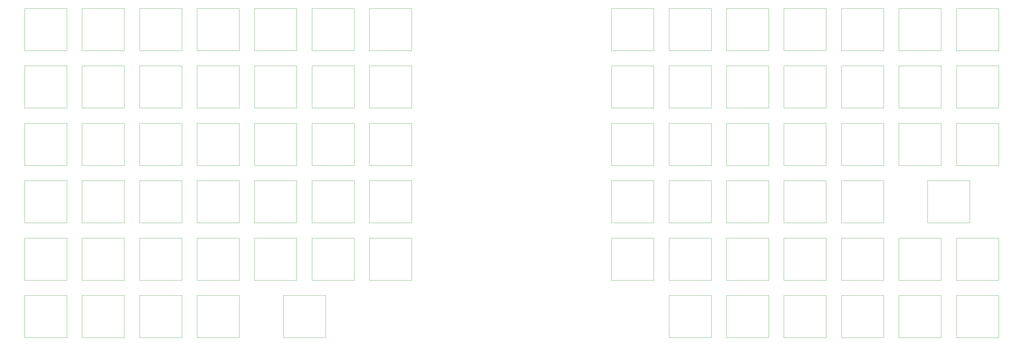
<source format=gbr>
%TF.GenerationSoftware,KiCad,Pcbnew,5.1.10-1.fc34*%
%TF.CreationDate,2021-08-03T16:02:25+03:00*%
%TF.ProjectId,keyboard,6b657962-6f61-4726-942e-6b696361645f,rev?*%
%TF.SameCoordinates,Original*%
%TF.FileFunction,Legend,Top*%
%TF.FilePolarity,Positive*%
%FSLAX46Y46*%
G04 Gerber Fmt 4.6, Leading zero omitted, Abs format (unit mm)*
G04 Created by KiCad (PCBNEW 5.1.10-1.fc34) date 2021-08-03 16:02:25*
%MOMM*%
%LPD*%
G01*
G04 APERTURE LIST*
%ADD10C,0.120000*%
G04 APERTURE END LIST*
D10*
%TO.C,SW1*%
X26475000Y-27095000D02*
X40445000Y-27095000D01*
X40445000Y-27095000D02*
X40445000Y-41065000D01*
X40445000Y-41065000D02*
X26475000Y-41065000D01*
X26475000Y-41065000D02*
X26475000Y-27095000D01*
%TO.C,SW2*%
X45475000Y-27095000D02*
X59445000Y-27095000D01*
X59445000Y-27095000D02*
X59445000Y-41065000D01*
X59445000Y-41065000D02*
X45475000Y-41065000D01*
X45475000Y-41065000D02*
X45475000Y-27095000D01*
%TO.C,SW3*%
X64475000Y-41065000D02*
X64475000Y-27095000D01*
X78445000Y-41065000D02*
X64475000Y-41065000D01*
X78445000Y-27095000D02*
X78445000Y-41065000D01*
X64475000Y-27095000D02*
X78445000Y-27095000D01*
%TO.C,SW4*%
X83475000Y-27095000D02*
X97445000Y-27095000D01*
X97445000Y-27095000D02*
X97445000Y-41065000D01*
X97445000Y-41065000D02*
X83475000Y-41065000D01*
X83475000Y-41065000D02*
X83475000Y-27095000D01*
%TO.C,SW5*%
X102475000Y-41065000D02*
X102475000Y-27095000D01*
X116445000Y-41065000D02*
X102475000Y-41065000D01*
X116445000Y-27095000D02*
X116445000Y-41065000D01*
X102475000Y-27095000D02*
X116445000Y-27095000D01*
%TO.C,SW6*%
X121475000Y-41065000D02*
X121475000Y-27095000D01*
X135445000Y-41065000D02*
X121475000Y-41065000D01*
X135445000Y-27095000D02*
X135445000Y-41065000D01*
X121475000Y-27095000D02*
X135445000Y-27095000D01*
%TO.C,SW7*%
X140475000Y-41065000D02*
X140475000Y-27095000D01*
X154445000Y-41065000D02*
X140475000Y-41065000D01*
X154445000Y-27095000D02*
X154445000Y-41065000D01*
X140475000Y-27095000D02*
X154445000Y-27095000D01*
%TO.C,SW8*%
X220475000Y-41065000D02*
X220475000Y-27095000D01*
X234445000Y-41065000D02*
X220475000Y-41065000D01*
X234445000Y-27095000D02*
X234445000Y-41065000D01*
X220475000Y-27095000D02*
X234445000Y-27095000D01*
%TO.C,SW9*%
X239475000Y-27095000D02*
X253445000Y-27095000D01*
X253445000Y-27095000D02*
X253445000Y-41065000D01*
X253445000Y-41065000D02*
X239475000Y-41065000D01*
X239475000Y-41065000D02*
X239475000Y-27095000D01*
%TO.C,SW10*%
X258475000Y-27095000D02*
X272445000Y-27095000D01*
X272445000Y-27095000D02*
X272445000Y-41065000D01*
X272445000Y-41065000D02*
X258475000Y-41065000D01*
X258475000Y-41065000D02*
X258475000Y-27095000D01*
%TO.C,SW11*%
X277475000Y-27095000D02*
X291445000Y-27095000D01*
X291445000Y-27095000D02*
X291445000Y-41065000D01*
X291445000Y-41065000D02*
X277475000Y-41065000D01*
X277475000Y-41065000D02*
X277475000Y-27095000D01*
%TO.C,SW12*%
X296475000Y-41065000D02*
X296475000Y-27095000D01*
X310445000Y-41065000D02*
X296475000Y-41065000D01*
X310445000Y-27095000D02*
X310445000Y-41065000D01*
X296475000Y-27095000D02*
X310445000Y-27095000D01*
%TO.C,SW13*%
X315475000Y-41065000D02*
X315475000Y-27095000D01*
X329445000Y-41065000D02*
X315475000Y-41065000D01*
X329445000Y-27095000D02*
X329445000Y-41065000D01*
X315475000Y-27095000D02*
X329445000Y-27095000D01*
%TO.C,SW14*%
X334475000Y-41065000D02*
X334475000Y-27095000D01*
X348445000Y-41065000D02*
X334475000Y-41065000D01*
X348445000Y-27095000D02*
X348445000Y-41065000D01*
X334475000Y-27095000D02*
X348445000Y-27095000D01*
%TO.C,SW15*%
X26475000Y-46095000D02*
X40445000Y-46095000D01*
X40445000Y-46095000D02*
X40445000Y-60065000D01*
X40445000Y-60065000D02*
X26475000Y-60065000D01*
X26475000Y-60065000D02*
X26475000Y-46095000D01*
%TO.C,SW16*%
X45475000Y-60065000D02*
X45475000Y-46095000D01*
X59445000Y-60065000D02*
X45475000Y-60065000D01*
X59445000Y-46095000D02*
X59445000Y-60065000D01*
X45475000Y-46095000D02*
X59445000Y-46095000D01*
%TO.C,SW17*%
X64475000Y-46095000D02*
X78445000Y-46095000D01*
X78445000Y-46095000D02*
X78445000Y-60065000D01*
X78445000Y-60065000D02*
X64475000Y-60065000D01*
X64475000Y-60065000D02*
X64475000Y-46095000D01*
%TO.C,SW18*%
X83475000Y-46095000D02*
X97445000Y-46095000D01*
X97445000Y-46095000D02*
X97445000Y-60065000D01*
X97445000Y-60065000D02*
X83475000Y-60065000D01*
X83475000Y-60065000D02*
X83475000Y-46095000D01*
%TO.C,SW19*%
X102475000Y-60065000D02*
X102475000Y-46095000D01*
X116445000Y-60065000D02*
X102475000Y-60065000D01*
X116445000Y-46095000D02*
X116445000Y-60065000D01*
X102475000Y-46095000D02*
X116445000Y-46095000D01*
%TO.C,SW20*%
X121475000Y-60065000D02*
X121475000Y-46095000D01*
X135445000Y-60065000D02*
X121475000Y-60065000D01*
X135445000Y-46095000D02*
X135445000Y-60065000D01*
X121475000Y-46095000D02*
X135445000Y-46095000D01*
%TO.C,SW21*%
X140475000Y-46095000D02*
X154445000Y-46095000D01*
X154445000Y-46095000D02*
X154445000Y-60065000D01*
X154445000Y-60065000D02*
X140475000Y-60065000D01*
X140475000Y-60065000D02*
X140475000Y-46095000D01*
%TO.C,SW22*%
X220475000Y-60065000D02*
X220475000Y-46095000D01*
X234445000Y-60065000D02*
X220475000Y-60065000D01*
X234445000Y-46095000D02*
X234445000Y-60065000D01*
X220475000Y-46095000D02*
X234445000Y-46095000D01*
%TO.C,SW23*%
X239475000Y-46095000D02*
X253445000Y-46095000D01*
X253445000Y-46095000D02*
X253445000Y-60065000D01*
X253445000Y-60065000D02*
X239475000Y-60065000D01*
X239475000Y-60065000D02*
X239475000Y-46095000D01*
%TO.C,SW24*%
X258475000Y-60065000D02*
X258475000Y-46095000D01*
X272445000Y-60065000D02*
X258475000Y-60065000D01*
X272445000Y-46095000D02*
X272445000Y-60065000D01*
X258475000Y-46095000D02*
X272445000Y-46095000D01*
%TO.C,SW25*%
X277475000Y-46095000D02*
X291445000Y-46095000D01*
X291445000Y-46095000D02*
X291445000Y-60065000D01*
X291445000Y-60065000D02*
X277475000Y-60065000D01*
X277475000Y-60065000D02*
X277475000Y-46095000D01*
%TO.C,SW26*%
X296475000Y-60065000D02*
X296475000Y-46095000D01*
X310445000Y-60065000D02*
X296475000Y-60065000D01*
X310445000Y-46095000D02*
X310445000Y-60065000D01*
X296475000Y-46095000D02*
X310445000Y-46095000D01*
%TO.C,SW27*%
X315475000Y-46095000D02*
X329445000Y-46095000D01*
X329445000Y-46095000D02*
X329445000Y-60065000D01*
X329445000Y-60065000D02*
X315475000Y-60065000D01*
X315475000Y-60065000D02*
X315475000Y-46095000D01*
%TO.C,SW28*%
X334475000Y-60065000D02*
X334475000Y-46095000D01*
X348445000Y-60065000D02*
X334475000Y-60065000D01*
X348445000Y-46095000D02*
X348445000Y-60065000D01*
X334475000Y-46095000D02*
X348445000Y-46095000D01*
%TO.C,SW29*%
X26475000Y-79065000D02*
X26475000Y-65095000D01*
X40445000Y-79065000D02*
X26475000Y-79065000D01*
X40445000Y-65095000D02*
X40445000Y-79065000D01*
X26475000Y-65095000D02*
X40445000Y-65095000D01*
%TO.C,SW30*%
X45475000Y-65095000D02*
X59445000Y-65095000D01*
X59445000Y-65095000D02*
X59445000Y-79065000D01*
X59445000Y-79065000D02*
X45475000Y-79065000D01*
X45475000Y-79065000D02*
X45475000Y-65095000D01*
%TO.C,SW31*%
X64475000Y-79065000D02*
X64475000Y-65095000D01*
X78445000Y-79065000D02*
X64475000Y-79065000D01*
X78445000Y-65095000D02*
X78445000Y-79065000D01*
X64475000Y-65095000D02*
X78445000Y-65095000D01*
%TO.C,SW32*%
X83475000Y-79065000D02*
X83475000Y-65095000D01*
X97445000Y-79065000D02*
X83475000Y-79065000D01*
X97445000Y-65095000D02*
X97445000Y-79065000D01*
X83475000Y-65095000D02*
X97445000Y-65095000D01*
%TO.C,SW33*%
X102475000Y-65095000D02*
X116445000Y-65095000D01*
X116445000Y-65095000D02*
X116445000Y-79065000D01*
X116445000Y-79065000D02*
X102475000Y-79065000D01*
X102475000Y-79065000D02*
X102475000Y-65095000D01*
%TO.C,SW34*%
X121475000Y-65095000D02*
X135445000Y-65095000D01*
X135445000Y-65095000D02*
X135445000Y-79065000D01*
X135445000Y-79065000D02*
X121475000Y-79065000D01*
X121475000Y-79065000D02*
X121475000Y-65095000D01*
%TO.C,SW35*%
X140475000Y-79065000D02*
X140475000Y-65095000D01*
X154445000Y-79065000D02*
X140475000Y-79065000D01*
X154445000Y-65095000D02*
X154445000Y-79065000D01*
X140475000Y-65095000D02*
X154445000Y-65095000D01*
%TO.C,SW36*%
X220475000Y-65095000D02*
X234445000Y-65095000D01*
X234445000Y-65095000D02*
X234445000Y-79065000D01*
X234445000Y-79065000D02*
X220475000Y-79065000D01*
X220475000Y-79065000D02*
X220475000Y-65095000D01*
%TO.C,SW37*%
X239475000Y-79065000D02*
X239475000Y-65095000D01*
X253445000Y-79065000D02*
X239475000Y-79065000D01*
X253445000Y-65095000D02*
X253445000Y-79065000D01*
X239475000Y-65095000D02*
X253445000Y-65095000D01*
%TO.C,SW38*%
X258475000Y-65095000D02*
X272445000Y-65095000D01*
X272445000Y-65095000D02*
X272445000Y-79065000D01*
X272445000Y-79065000D02*
X258475000Y-79065000D01*
X258475000Y-79065000D02*
X258475000Y-65095000D01*
%TO.C,SW39*%
X277475000Y-79065000D02*
X277475000Y-65095000D01*
X291445000Y-79065000D02*
X277475000Y-79065000D01*
X291445000Y-65095000D02*
X291445000Y-79065000D01*
X277475000Y-65095000D02*
X291445000Y-65095000D01*
%TO.C,SW40*%
X296475000Y-79065000D02*
X296475000Y-65095000D01*
X310445000Y-79065000D02*
X296475000Y-79065000D01*
X310445000Y-65095000D02*
X310445000Y-79065000D01*
X296475000Y-65095000D02*
X310445000Y-65095000D01*
%TO.C,SW41*%
X315475000Y-65095000D02*
X329445000Y-65095000D01*
X329445000Y-65095000D02*
X329445000Y-79065000D01*
X329445000Y-79065000D02*
X315475000Y-79065000D01*
X315475000Y-79065000D02*
X315475000Y-65095000D01*
%TO.C,SW42*%
X334475000Y-65095000D02*
X348445000Y-65095000D01*
X348445000Y-65095000D02*
X348445000Y-79065000D01*
X348445000Y-79065000D02*
X334475000Y-79065000D01*
X334475000Y-79065000D02*
X334475000Y-65095000D01*
%TO.C,SW43*%
X26475000Y-98065000D02*
X26475000Y-84095000D01*
X40445000Y-98065000D02*
X26475000Y-98065000D01*
X40445000Y-84095000D02*
X40445000Y-98065000D01*
X26475000Y-84095000D02*
X40445000Y-84095000D01*
%TO.C,SW44*%
X45475000Y-98065000D02*
X45475000Y-84095000D01*
X59445000Y-98065000D02*
X45475000Y-98065000D01*
X59445000Y-84095000D02*
X59445000Y-98065000D01*
X45475000Y-84095000D02*
X59445000Y-84095000D01*
%TO.C,SW45*%
X64475000Y-84095000D02*
X78445000Y-84095000D01*
X78445000Y-84095000D02*
X78445000Y-98065000D01*
X78445000Y-98065000D02*
X64475000Y-98065000D01*
X64475000Y-98065000D02*
X64475000Y-84095000D01*
%TO.C,SW46*%
X83475000Y-84095000D02*
X97445000Y-84095000D01*
X97445000Y-84095000D02*
X97445000Y-98065000D01*
X97445000Y-98065000D02*
X83475000Y-98065000D01*
X83475000Y-98065000D02*
X83475000Y-84095000D01*
%TO.C,SW47*%
X102475000Y-84095000D02*
X116445000Y-84095000D01*
X116445000Y-84095000D02*
X116445000Y-98065000D01*
X116445000Y-98065000D02*
X102475000Y-98065000D01*
X102475000Y-98065000D02*
X102475000Y-84095000D01*
%TO.C,SW48*%
X121475000Y-98065000D02*
X121475000Y-84095000D01*
X135445000Y-98065000D02*
X121475000Y-98065000D01*
X135445000Y-84095000D02*
X135445000Y-98065000D01*
X121475000Y-84095000D02*
X135445000Y-84095000D01*
%TO.C,SW49*%
X140475000Y-98065000D02*
X140475000Y-84095000D01*
X154445000Y-98065000D02*
X140475000Y-98065000D01*
X154445000Y-84095000D02*
X154445000Y-98065000D01*
X140475000Y-84095000D02*
X154445000Y-84095000D01*
%TO.C,SW50*%
X220475000Y-84095000D02*
X234445000Y-84095000D01*
X234445000Y-84095000D02*
X234445000Y-98065000D01*
X234445000Y-98065000D02*
X220475000Y-98065000D01*
X220475000Y-98065000D02*
X220475000Y-84095000D01*
%TO.C,SW51*%
X239475000Y-98065000D02*
X239475000Y-84095000D01*
X253445000Y-98065000D02*
X239475000Y-98065000D01*
X253445000Y-84095000D02*
X253445000Y-98065000D01*
X239475000Y-84095000D02*
X253445000Y-84095000D01*
%TO.C,SW52*%
X258475000Y-98065000D02*
X258475000Y-84095000D01*
X272445000Y-98065000D02*
X258475000Y-98065000D01*
X272445000Y-84095000D02*
X272445000Y-98065000D01*
X258475000Y-84095000D02*
X272445000Y-84095000D01*
%TO.C,SW53*%
X277475000Y-98065000D02*
X277475000Y-84095000D01*
X291445000Y-98065000D02*
X277475000Y-98065000D01*
X291445000Y-84095000D02*
X291445000Y-98065000D01*
X277475000Y-84095000D02*
X291445000Y-84095000D01*
%TO.C,SW54*%
X296475000Y-98065000D02*
X296475000Y-84095000D01*
X310445000Y-98065000D02*
X296475000Y-98065000D01*
X310445000Y-84095000D02*
X310445000Y-98065000D01*
X296475000Y-84095000D02*
X310445000Y-84095000D01*
%TO.C,SW55*%
X324975000Y-84095000D02*
X338945000Y-84095000D01*
X338945000Y-84095000D02*
X338945000Y-98065000D01*
X338945000Y-98065000D02*
X324975000Y-98065000D01*
X324975000Y-98065000D02*
X324975000Y-84095000D01*
%TO.C,SW56*%
X26475000Y-103095000D02*
X40445000Y-103095000D01*
X40445000Y-103095000D02*
X40445000Y-117065000D01*
X40445000Y-117065000D02*
X26475000Y-117065000D01*
X26475000Y-117065000D02*
X26475000Y-103095000D01*
%TO.C,SW57*%
X45475000Y-103095000D02*
X59445000Y-103095000D01*
X59445000Y-103095000D02*
X59445000Y-117065000D01*
X59445000Y-117065000D02*
X45475000Y-117065000D01*
X45475000Y-117065000D02*
X45475000Y-103095000D01*
%TO.C,SW58*%
X64475000Y-117065000D02*
X64475000Y-103095000D01*
X78445000Y-117065000D02*
X64475000Y-117065000D01*
X78445000Y-103095000D02*
X78445000Y-117065000D01*
X64475000Y-103095000D02*
X78445000Y-103095000D01*
%TO.C,SW59*%
X83475000Y-117065000D02*
X83475000Y-103095000D01*
X97445000Y-117065000D02*
X83475000Y-117065000D01*
X97445000Y-103095000D02*
X97445000Y-117065000D01*
X83475000Y-103095000D02*
X97445000Y-103095000D01*
%TO.C,SW60*%
X102475000Y-117065000D02*
X102475000Y-103095000D01*
X116445000Y-117065000D02*
X102475000Y-117065000D01*
X116445000Y-103095000D02*
X116445000Y-117065000D01*
X102475000Y-103095000D02*
X116445000Y-103095000D01*
%TO.C,SW61*%
X121475000Y-117065000D02*
X121475000Y-103095000D01*
X135445000Y-117065000D02*
X121475000Y-117065000D01*
X135445000Y-103095000D02*
X135445000Y-117065000D01*
X121475000Y-103095000D02*
X135445000Y-103095000D01*
%TO.C,SW62*%
X140475000Y-103095000D02*
X154445000Y-103095000D01*
X154445000Y-103095000D02*
X154445000Y-117065000D01*
X154445000Y-117065000D02*
X140475000Y-117065000D01*
X140475000Y-117065000D02*
X140475000Y-103095000D01*
%TO.C,SW63*%
X220475000Y-103095000D02*
X234445000Y-103095000D01*
X234445000Y-103095000D02*
X234445000Y-117065000D01*
X234445000Y-117065000D02*
X220475000Y-117065000D01*
X220475000Y-117065000D02*
X220475000Y-103095000D01*
%TO.C,SW64*%
X239475000Y-103095000D02*
X253445000Y-103095000D01*
X253445000Y-103095000D02*
X253445000Y-117065000D01*
X253445000Y-117065000D02*
X239475000Y-117065000D01*
X239475000Y-117065000D02*
X239475000Y-103095000D01*
%TO.C,SW65*%
X258475000Y-103095000D02*
X272445000Y-103095000D01*
X272445000Y-103095000D02*
X272445000Y-117065000D01*
X272445000Y-117065000D02*
X258475000Y-117065000D01*
X258475000Y-117065000D02*
X258475000Y-103095000D01*
%TO.C,SW66*%
X277475000Y-117065000D02*
X277475000Y-103095000D01*
X291445000Y-117065000D02*
X277475000Y-117065000D01*
X291445000Y-103095000D02*
X291445000Y-117065000D01*
X277475000Y-103095000D02*
X291445000Y-103095000D01*
%TO.C,SW67*%
X296475000Y-117065000D02*
X296475000Y-103095000D01*
X310445000Y-117065000D02*
X296475000Y-117065000D01*
X310445000Y-103095000D02*
X310445000Y-117065000D01*
X296475000Y-103095000D02*
X310445000Y-103095000D01*
%TO.C,SW68*%
X315475000Y-103095000D02*
X329445000Y-103095000D01*
X329445000Y-103095000D02*
X329445000Y-117065000D01*
X329445000Y-117065000D02*
X315475000Y-117065000D01*
X315475000Y-117065000D02*
X315475000Y-103095000D01*
%TO.C,SW69*%
X334475000Y-117065000D02*
X334475000Y-103095000D01*
X348445000Y-117065000D02*
X334475000Y-117065000D01*
X348445000Y-103095000D02*
X348445000Y-117065000D01*
X334475000Y-103095000D02*
X348445000Y-103095000D01*
%TO.C,SW70*%
X26475000Y-122095000D02*
X40445000Y-122095000D01*
X40445000Y-122095000D02*
X40445000Y-136065000D01*
X40445000Y-136065000D02*
X26475000Y-136065000D01*
X26475000Y-136065000D02*
X26475000Y-122095000D01*
%TO.C,SW71*%
X45475000Y-122095000D02*
X59445000Y-122095000D01*
X59445000Y-122095000D02*
X59445000Y-136065000D01*
X59445000Y-136065000D02*
X45475000Y-136065000D01*
X45475000Y-136065000D02*
X45475000Y-122095000D01*
%TO.C,SW72*%
X64475000Y-122095000D02*
X78445000Y-122095000D01*
X78445000Y-122095000D02*
X78445000Y-136065000D01*
X78445000Y-136065000D02*
X64475000Y-136065000D01*
X64475000Y-136065000D02*
X64475000Y-122095000D01*
%TO.C,SW73*%
X83475000Y-122095000D02*
X97445000Y-122095000D01*
X97445000Y-122095000D02*
X97445000Y-136065000D01*
X97445000Y-136065000D02*
X83475000Y-136065000D01*
X83475000Y-136065000D02*
X83475000Y-122095000D01*
%TO.C,SW74*%
X111975000Y-136065000D02*
X111975000Y-122095000D01*
X125945000Y-136065000D02*
X111975000Y-136065000D01*
X125945000Y-122095000D02*
X125945000Y-136065000D01*
X111975000Y-122095000D02*
X125945000Y-122095000D01*
%TO.C,SW75*%
X239475000Y-122095000D02*
X253445000Y-122095000D01*
X253445000Y-122095000D02*
X253445000Y-136065000D01*
X253445000Y-136065000D02*
X239475000Y-136065000D01*
X239475000Y-136065000D02*
X239475000Y-122095000D01*
%TO.C,SW76*%
X258475000Y-136065000D02*
X258475000Y-122095000D01*
X272445000Y-136065000D02*
X258475000Y-136065000D01*
X272445000Y-122095000D02*
X272445000Y-136065000D01*
X258475000Y-122095000D02*
X272445000Y-122095000D01*
%TO.C,SW77*%
X277475000Y-136065000D02*
X277475000Y-122095000D01*
X291445000Y-136065000D02*
X277475000Y-136065000D01*
X291445000Y-122095000D02*
X291445000Y-136065000D01*
X277475000Y-122095000D02*
X291445000Y-122095000D01*
%TO.C,SW78*%
X296475000Y-136065000D02*
X296475000Y-122095000D01*
X310445000Y-136065000D02*
X296475000Y-136065000D01*
X310445000Y-122095000D02*
X310445000Y-136065000D01*
X296475000Y-122095000D02*
X310445000Y-122095000D01*
%TO.C,SW79*%
X315475000Y-136065000D02*
X315475000Y-122095000D01*
X329445000Y-136065000D02*
X315475000Y-136065000D01*
X329445000Y-122095000D02*
X329445000Y-136065000D01*
X315475000Y-122095000D02*
X329445000Y-122095000D01*
%TO.C,SW80*%
X334475000Y-122095000D02*
X348445000Y-122095000D01*
X348445000Y-122095000D02*
X348445000Y-136065000D01*
X348445000Y-136065000D02*
X334475000Y-136065000D01*
X334475000Y-136065000D02*
X334475000Y-122095000D01*
%TD*%
M02*

</source>
